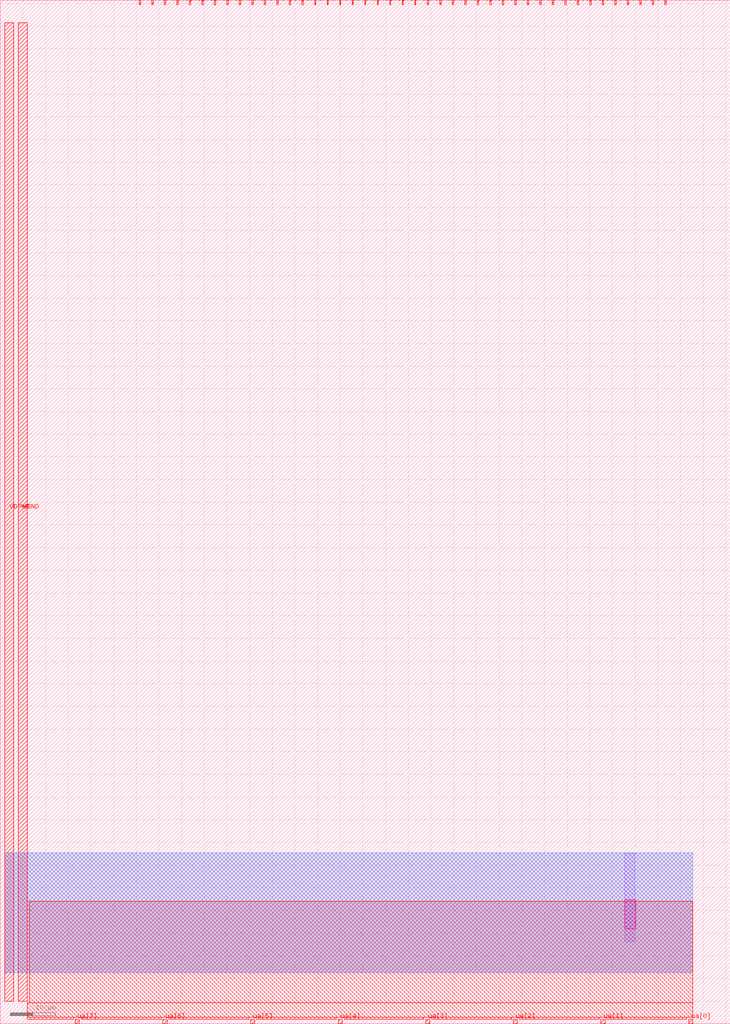
<source format=lef>
VERSION 5.7 ;
  NOWIREEXTENSIONATPIN ON ;
  DIVIDERCHAR "/" ;
  BUSBITCHARS "[]" ;
MACRO tt_um_ricardo_inverter
  CLASS BLOCK ;
  FOREIGN tt_um_ricardo_inverter ;
  ORIGIN 0.000 0.000 ;
  SIZE 161.000 BY 225.760 ;
  PIN clk
    DIRECTION INPUT ;
    USE SIGNAL ;
    PORT
      LAYER met4 ;
        RECT 143.830 224.760 144.130 225.760 ;
    END
  END clk
  PIN ena
    DIRECTION INPUT ;
    USE SIGNAL ;
    PORT
      LAYER met4 ;
        RECT 146.590 224.760 146.890 225.760 ;
    END
  END ena
  PIN rst_n
    DIRECTION INPUT ;
    USE SIGNAL ;
    PORT
      LAYER met4 ;
        RECT 141.070 224.760 141.370 225.760 ;
    END
  END rst_n
  PIN ua[0]
    DIRECTION INOUT ;
    USE SIGNAL ;
    ANTENNADIFFAREA 0.783000 ;
    PORT
      LAYER met4 ;
        RECT 151.810 0.000 152.710 1.000 ;
    END
  END ua[0]
  PIN ua[1]
    DIRECTION INOUT ;
    USE SIGNAL ;
    ANTENNAGATEAREA 1.215000 ;
    PORT
      LAYER met4 ;
        RECT 132.490 0.000 133.390 1.000 ;
    END
  END ua[1]
  PIN ua[2]
    DIRECTION INOUT ;
    USE SIGNAL ;
    PORT
      LAYER met4 ;
        RECT 113.170 0.000 114.070 1.000 ;
    END
  END ua[2]
  PIN ua[3]
    DIRECTION INOUT ;
    USE SIGNAL ;
    PORT
      LAYER met4 ;
        RECT 93.850 0.000 94.750 1.000 ;
    END
  END ua[3]
  PIN ua[4]
    DIRECTION INOUT ;
    USE SIGNAL ;
    PORT
      LAYER met4 ;
        RECT 74.530 0.000 75.430 1.000 ;
    END
  END ua[4]
  PIN ua[5]
    DIRECTION INOUT ;
    USE SIGNAL ;
    PORT
      LAYER met4 ;
        RECT 55.210 0.000 56.110 1.000 ;
    END
  END ua[5]
  PIN ua[6]
    DIRECTION INOUT ;
    USE SIGNAL ;
    PORT
      LAYER met4 ;
        RECT 35.890 0.000 36.790 1.000 ;
    END
  END ua[6]
  PIN ua[7]
    DIRECTION INOUT ;
    USE SIGNAL ;
    PORT
      LAYER met4 ;
        RECT 16.570 0.000 17.470 1.000 ;
    END
  END ua[7]
  PIN ui_in[0]
    DIRECTION INPUT ;
    USE SIGNAL ;
    PORT
      LAYER met4 ;
        RECT 138.310 224.760 138.610 225.760 ;
    END
  END ui_in[0]
  PIN ui_in[1]
    DIRECTION INPUT ;
    USE SIGNAL ;
    PORT
      LAYER met4 ;
        RECT 135.550 224.760 135.850 225.760 ;
    END
  END ui_in[1]
  PIN ui_in[2]
    DIRECTION INPUT ;
    USE SIGNAL ;
    PORT
      LAYER met4 ;
        RECT 132.790 224.760 133.090 225.760 ;
    END
  END ui_in[2]
  PIN ui_in[3]
    DIRECTION INPUT ;
    USE SIGNAL ;
    PORT
      LAYER met4 ;
        RECT 130.030 224.760 130.330 225.760 ;
    END
  END ui_in[3]
  PIN ui_in[4]
    DIRECTION INPUT ;
    USE SIGNAL ;
    PORT
      LAYER met4 ;
        RECT 127.270 224.760 127.570 225.760 ;
    END
  END ui_in[4]
  PIN ui_in[5]
    DIRECTION INPUT ;
    USE SIGNAL ;
    PORT
      LAYER met4 ;
        RECT 124.510 224.760 124.810 225.760 ;
    END
  END ui_in[5]
  PIN ui_in[6]
    DIRECTION INPUT ;
    USE SIGNAL ;
    PORT
      LAYER met4 ;
        RECT 121.750 224.760 122.050 225.760 ;
    END
  END ui_in[6]
  PIN ui_in[7]
    DIRECTION INPUT ;
    USE SIGNAL ;
    PORT
      LAYER met4 ;
        RECT 118.990 224.760 119.290 225.760 ;
    END
  END ui_in[7]
  PIN uio_in[0]
    DIRECTION INPUT ;
    USE SIGNAL ;
    PORT
      LAYER met4 ;
        RECT 116.230 224.760 116.530 225.760 ;
    END
  END uio_in[0]
  PIN uio_in[1]
    DIRECTION INPUT ;
    USE SIGNAL ;
    PORT
      LAYER met4 ;
        RECT 113.470 224.760 113.770 225.760 ;
    END
  END uio_in[1]
  PIN uio_in[2]
    DIRECTION INPUT ;
    USE SIGNAL ;
    PORT
      LAYER met4 ;
        RECT 110.710 224.760 111.010 225.760 ;
    END
  END uio_in[2]
  PIN uio_in[3]
    DIRECTION INPUT ;
    USE SIGNAL ;
    PORT
      LAYER met4 ;
        RECT 107.950 224.760 108.250 225.760 ;
    END
  END uio_in[3]
  PIN uio_in[4]
    DIRECTION INPUT ;
    USE SIGNAL ;
    PORT
      LAYER met4 ;
        RECT 105.190 224.760 105.490 225.760 ;
    END
  END uio_in[4]
  PIN uio_in[5]
    DIRECTION INPUT ;
    USE SIGNAL ;
    PORT
      LAYER met4 ;
        RECT 102.430 224.760 102.730 225.760 ;
    END
  END uio_in[5]
  PIN uio_in[6]
    DIRECTION INPUT ;
    USE SIGNAL ;
    PORT
      LAYER met4 ;
        RECT 99.670 224.760 99.970 225.760 ;
    END
  END uio_in[6]
  PIN uio_in[7]
    DIRECTION INPUT ;
    USE SIGNAL ;
    PORT
      LAYER met4 ;
        RECT 96.910 224.760 97.210 225.760 ;
    END
  END uio_in[7]
  PIN uio_oe[0]
    DIRECTION OUTPUT ;
    USE SIGNAL ;
    PORT
      LAYER met4 ;
        RECT 49.990 224.760 50.290 225.760 ;
    END
  END uio_oe[0]
  PIN uio_oe[1]
    DIRECTION OUTPUT ;
    USE SIGNAL ;
    PORT
      LAYER met4 ;
        RECT 47.230 224.760 47.530 225.760 ;
    END
  END uio_oe[1]
  PIN uio_oe[2]
    DIRECTION OUTPUT ;
    USE SIGNAL ;
    PORT
      LAYER met4 ;
        RECT 44.470 224.760 44.770 225.760 ;
    END
  END uio_oe[2]
  PIN uio_oe[3]
    DIRECTION OUTPUT ;
    USE SIGNAL ;
    PORT
      LAYER met4 ;
        RECT 41.710 224.760 42.010 225.760 ;
    END
  END uio_oe[3]
  PIN uio_oe[4]
    DIRECTION OUTPUT ;
    USE SIGNAL ;
    PORT
      LAYER met4 ;
        RECT 38.950 224.760 39.250 225.760 ;
    END
  END uio_oe[4]
  PIN uio_oe[5]
    DIRECTION OUTPUT ;
    USE SIGNAL ;
    PORT
      LAYER met4 ;
        RECT 36.190 224.760 36.490 225.760 ;
    END
  END uio_oe[5]
  PIN uio_oe[6]
    DIRECTION OUTPUT ;
    USE SIGNAL ;
    PORT
      LAYER met4 ;
        RECT 33.430 224.760 33.730 225.760 ;
    END
  END uio_oe[6]
  PIN uio_oe[7]
    DIRECTION OUTPUT ;
    USE SIGNAL ;
    PORT
      LAYER met4 ;
        RECT 30.670 224.760 30.970 225.760 ;
    END
  END uio_oe[7]
  PIN uio_out[0]
    DIRECTION OUTPUT ;
    USE SIGNAL ;
    PORT
      LAYER met4 ;
        RECT 72.070 224.760 72.370 225.760 ;
    END
  END uio_out[0]
  PIN uio_out[1]
    DIRECTION OUTPUT ;
    USE SIGNAL ;
    PORT
      LAYER met4 ;
        RECT 69.310 224.760 69.610 225.760 ;
    END
  END uio_out[1]
  PIN uio_out[2]
    DIRECTION OUTPUT ;
    USE SIGNAL ;
    PORT
      LAYER met4 ;
        RECT 66.550 224.760 66.850 225.760 ;
    END
  END uio_out[2]
  PIN uio_out[3]
    DIRECTION OUTPUT ;
    USE SIGNAL ;
    PORT
      LAYER met4 ;
        RECT 63.790 224.760 64.090 225.760 ;
    END
  END uio_out[3]
  PIN uio_out[4]
    DIRECTION OUTPUT ;
    USE SIGNAL ;
    PORT
      LAYER met4 ;
        RECT 61.030 224.760 61.330 225.760 ;
    END
  END uio_out[4]
  PIN uio_out[5]
    DIRECTION OUTPUT ;
    USE SIGNAL ;
    PORT
      LAYER met4 ;
        RECT 58.270 224.760 58.570 225.760 ;
    END
  END uio_out[5]
  PIN uio_out[6]
    DIRECTION OUTPUT ;
    USE SIGNAL ;
    PORT
      LAYER met4 ;
        RECT 55.510 224.760 55.810 225.760 ;
    END
  END uio_out[6]
  PIN uio_out[7]
    DIRECTION OUTPUT ;
    USE SIGNAL ;
    PORT
      LAYER met4 ;
        RECT 52.750 224.760 53.050 225.760 ;
    END
  END uio_out[7]
  PIN uo_out[0]
    DIRECTION OUTPUT ;
    USE SIGNAL ;
    PORT
      LAYER met4 ;
        RECT 94.150 224.760 94.450 225.760 ;
    END
  END uo_out[0]
  PIN uo_out[1]
    DIRECTION OUTPUT ;
    USE SIGNAL ;
    PORT
      LAYER met4 ;
        RECT 91.390 224.760 91.690 225.760 ;
    END
  END uo_out[1]
  PIN uo_out[2]
    DIRECTION OUTPUT ;
    USE SIGNAL ;
    PORT
      LAYER met4 ;
        RECT 88.630 224.760 88.930 225.760 ;
    END
  END uo_out[2]
  PIN uo_out[3]
    DIRECTION OUTPUT ;
    USE SIGNAL ;
    PORT
      LAYER met4 ;
        RECT 85.870 224.760 86.170 225.760 ;
    END
  END uo_out[3]
  PIN uo_out[4]
    DIRECTION OUTPUT ;
    USE SIGNAL ;
    PORT
      LAYER met4 ;
        RECT 83.110 224.760 83.410 225.760 ;
    END
  END uo_out[4]
  PIN uo_out[5]
    DIRECTION OUTPUT ;
    USE SIGNAL ;
    PORT
      LAYER met4 ;
        RECT 80.350 224.760 80.650 225.760 ;
    END
  END uo_out[5]
  PIN uo_out[6]
    DIRECTION OUTPUT ;
    USE SIGNAL ;
    PORT
      LAYER met4 ;
        RECT 77.590 224.760 77.890 225.760 ;
    END
  END uo_out[6]
  PIN uo_out[7]
    DIRECTION OUTPUT ;
    USE SIGNAL ;
    PORT
      LAYER met4 ;
        RECT 74.830 224.760 75.130 225.760 ;
    END
  END uo_out[7]
  PIN VDPWR
    DIRECTION INOUT ;
    USE POWER ;
    PORT
      LAYER met4 ;
        RECT 1.000 5.000 3.000 220.760 ;
    END
  END VDPWR
  PIN VGND
    DIRECTION INOUT ;
    USE GROUND ;
    PORT
      LAYER met4 ;
        RECT 4.000 5.000 6.000 220.760 ;
    END
  END VGND
  OBS
      LAYER nwell ;
        RECT 137.710 20.980 140.120 27.310 ;
      LAYER li1 ;
        RECT 137.720 18.130 139.940 37.650 ;
      LAYER met1 ;
        RECT 1.000 11.270 152.740 37.695 ;
      LAYER met2 ;
        RECT 1.000 11.270 152.740 37.695 ;
      LAYER met3 ;
        RECT 1.000 11.270 152.740 37.695 ;
      LAYER met4 ;
        RECT 6.400 4.600 152.710 27.055 ;
        RECT 6.000 1.400 152.710 4.600 ;
        RECT 6.000 1.000 16.170 1.400 ;
        RECT 17.870 1.000 35.490 1.400 ;
        RECT 37.190 1.000 54.810 1.400 ;
        RECT 56.510 1.000 74.130 1.400 ;
        RECT 75.830 1.000 93.450 1.400 ;
        RECT 95.150 1.000 112.770 1.400 ;
        RECT 114.470 1.000 132.090 1.400 ;
        RECT 133.790 1.000 151.410 1.400 ;
  END
END tt_um_ricardo_inverter
END LIBRARY


</source>
